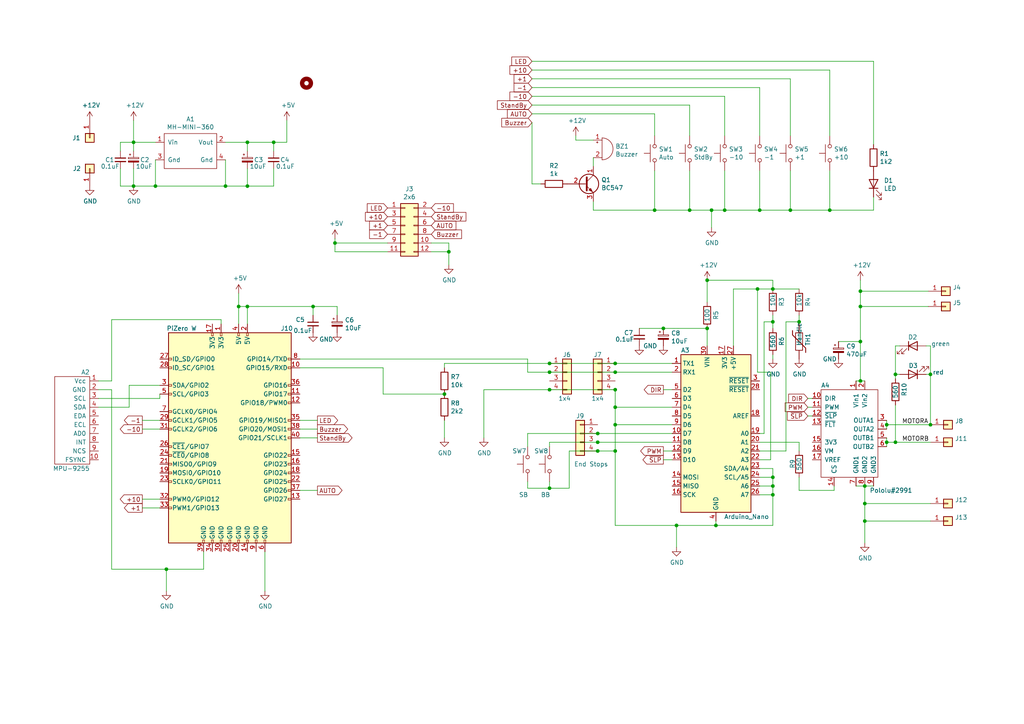
<source format=kicad_sch>
(kicad_sch (version 20211123) (generator eeschema)
  (paper "A4")
  (title_block (title "Tiller Pypilot Conversion") (date "2024-03-09") (rev "1.0.1") (company "Marco 'Ironman' Bergman & Frederic Guilbault"))
  (lib_symbols
    (symbol "Connector:Raspberry_Pi_2_3" (pin_names (offset 1.016))
      (property "Reference" "J" (at -17.78 31.75 0))
      (property "Value" "Raspberry_Pi_2_3" (at 10.16 -31.75 0))
      (symbol "Raspberry_Pi_2_3_1_1"
        (pin power_in line (at 2.54 33.02 270) (length 2.54) (name "3V3") (number "1"))
        (pin bidirectional line (at -20.32 20.32 0) (length 2.54) (name "GPIO15/RXD") (number "10"))
        (pin bidirectional line (at -20.32 12.7 0) (length 2.54) (name "GPIO17") (number "11"))
        (pin bidirectional line (at -20.32 10.16 0) (length 2.54) (name "GPIO18/PWM0") (number "12"))
        (pin bidirectional line (at -20.32 -17.78 0) (length 2.54) (name "GPIO27") (number "13"))
        (pin power_in line (at -5.08 -33.02 90) (length 2.54) (name "GND") (number "14"))
        (pin bidirectional line (at -20.32 -5.08 0) (length 2.54) (name "GPIO22") (number "15"))
        (pin bidirectional line (at -20.32 -7.62 0) (length 2.54) (name "GPIO23") (number "16"))
        (pin power_in line (at 5.08 33.02 270) (length 2.54) (name "3V3") (number "17"))
        (pin bidirectional line (at -20.32 -10.16 0) (length 2.54) (name "GPIO24") (number "18"))
        (pin bidirectional line (at 20.32 -10.16 180) (length 2.54) (name "MOSI0/GPIO10") (number "19"))
        (pin power_in line (at -5.08 33.02 270) (length 2.54) (name "5V") (number "2"))
        (pin power_in line (at -2.54 -33.02 90) (length 2.54) (name "GND") (number "20"))
        (pin bidirectional line (at 20.32 -7.62 180) (length 2.54) (name "MISO0/GPIO9") (number "21"))
        (pin bidirectional line (at -20.32 -12.7 0) (length 2.54) (name "GPIO25") (number "22"))
        (pin bidirectional line (at 20.32 -12.7 180) (length 2.54) (name "SCLK0/GPIO11") (number "23"))
        (pin bidirectional line (at 20.32 -5.08 180) (length 2.54) (name "~{CE0}/GPIO8") (number "24"))
        (pin power_in line (at 0 -33.02 90) (length 2.54) (name "GND") (number "25"))
        (pin bidirectional line (at 20.32 -2.54 180) (length 2.54) (name "~{CE1}/GPIO7") (number "26"))
        (pin bidirectional line (at 20.32 22.86 180) (length 2.54) (name "ID_SD/GPIO0") (number "27"))
        (pin bidirectional line (at 20.32 20.32 180) (length 2.54) (name "ID_SC/GPIO1") (number "28"))
        (pin bidirectional line (at 20.32 5.08 180) (length 2.54) (name "GCLK1/GPIO5") (number "29"))
        (pin bidirectional line (at 20.32 15.24 180) (length 2.54) (name "SDA/GPIO2") (number "3"))
        (pin power_in line (at 2.54 -33.02 90) (length 2.54) (name "GND") (number "30"))
        (pin bidirectional line (at 20.32 2.54 180) (length 2.54) (name "GCLK2/GPIO6") (number "31"))
        (pin bidirectional line (at 20.32 -17.78 180) (length 2.54) (name "PWM0/GPIO12") (number "32"))
        (pin bidirectional line (at 20.32 -20.32 180) (length 2.54) (name "PWM1/GPIO13") (number "33"))
        (pin power_in line (at 5.08 -33.02 90) (length 2.54) (name "GND") (number "34"))
        (pin bidirectional line (at -20.32 5.08 0) (length 2.54) (name "GPIO19/MISO1") (number "35"))
        (pin bidirectional line (at -20.32 15.24 0) (length 2.54) (name "GPIO16") (number "36"))
        (pin bidirectional line (at -20.32 -15.24 0) (length 2.54) (name "GPIO26") (number "37"))
        (pin bidirectional line (at -20.32 2.54 0) (length 2.54) (name "GPIO20/MOSI1") (number "38"))
        (pin power_in line (at 7.62 -33.02 90) (length 2.54) (name "GND") (number "39"))
        (pin power_in line (at -2.54 33.02 270) (length 2.54) (name "5V") (number "4"))
        (pin bidirectional line (at -20.32 0 0) (length 2.54) (name "GPIO21/SCLK1") (number "40"))
        (pin bidirectional line (at 20.32 12.7 180) (length 2.54) (name "SCL/GPIO3") (number "5"))
        (pin power_in line (at -10.16 -33.02 90) (length 2.54) (name "GND") (number "6"))
        (pin bidirectional line (at 20.32 7.62 180) (length 2.54) (name "GCLK0/GPIO4") (number "7"))
        (pin bidirectional line (at -20.32 22.86 0) (length 2.54) (name "GPIO14/TXD") (number "8"))
        (pin power_in line (at -7.62 -33.02 90) (length 2.54) (name "GND") (number "9"))
      )
    )
    (symbol "Connector_Generic:Conn_01x01" (pin_names (offset 1.016) hide)
      (property "Reference" "J" (at 0 2.54 0))
      (property "Value" "Conn_01x01" (at 0 -2.54 0))
      (symbol "Conn_01x01_1_1"
        (pin passive line (at -5.08 0 0) (length 3.81) (name "Pin_1") (number "1"))
      )
    )
    (symbol "Connector_Generic:Conn_01x04" (pin_names (offset 1.016) hide)
      (property "Reference" "J" (at 0 5.08 0))
      (property "Value" "Conn_01x04" (at 0 -7.62 0))
      (symbol "Conn_01x04_1_1"
        (pin passive line (at -5.08 2.54 0) (length 3.81) (name "Pin_1") (number "1"))
        (pin passive line (at -5.08 0 0) (length 3.81) (name "Pin_2") (number "2"))
        (pin passive line (at -5.08 -2.54 0) (length 3.81) (name "Pin_3") (number "3"))
        (pin passive line (at -5.08 -5.08 0) (length 3.81) (name "Pin_4") (number "4"))
      )
    )
    (symbol "Connector_Generic:Conn_02x06_Odd_Even" (pin_names (offset 1.016) hide)
      (property "Reference" "J" (at 1.27 7.62 0))
      (property "Value" "Conn_02x06_Odd_Even" (at 1.27 -10.16 0))
      (symbol "Conn_02x06_Odd_Even_1_1"
        (pin passive line (at -5.08 5.08 0) (length 3.81) (name "Pin_1") (number "1"))
        (pin passive line (at 7.62 -5.08 180) (length 3.81) (name "Pin_10") (number "10"))
        (pin passive line (at -5.08 -7.62 0) (length 3.81) (name "Pin_11") (number "11"))
        (pin passive line (at 7.62 -7.62 180) (length 3.81) (name "Pin_12") (number "12"))
        (pin passive line (at 7.62 5.08 180) (length 3.81) (name "Pin_2") (number "2"))
        (pin passive line (at -5.08 2.54 0) (length 3.81) (name "Pin_3") (number "3"))
        (pin passive line (at 7.62 2.54 180) (length 3.81) (name "Pin_4") (number "4"))
        (pin passive line (at -5.08 0 0) (length 3.81) (name "Pin_5") (number "5"))
        (pin passive line (at 7.62 0 180) (length 3.81) (name "Pin_6") (number "6"))
        (pin passive line (at -5.08 -2.54 0) (length 3.81) (name "Pin_7") (number "7"))
        (pin passive line (at 7.62 -2.54 180) (length 3.81) (name "Pin_8") (number "8"))
        (pin passive line (at -5.08 -5.08 0) (length 3.81) (name "Pin_9") (number "9"))
      )
    )
    (symbol "Device:Buzzer" (pin_names (offset 0.0254) hide)
      (property "Reference" "BZ" (at 3.81 1.27 0))
      (property "Value" "Buzzer" (at 3.81 -1.27 0))
      (symbol "Buzzer_1_1"
        (pin passive line (at -2.54 2.54 0) (length 2.54) (name "-") (number "1"))
        (pin passive line (at -2.54 -2.54 0) (length 2.54) (name "+") (number "2"))
      )
    )
    (symbol "Device:C_Small" (pin_numbers hide) (pin_names (offset 0.254) hide)
      (property "Reference" "C" (at 0.254 1.778 0))
      (property "Value" "C_Small" (at 0.254 -2.032 0))
      (symbol "C_Small_1_1"
        (pin passive line (at 0 2.54 270) (length 2.032) (name "~") (number "1"))
        (pin passive line (at 0 -2.54 90) (length 2.032) (name "~") (number "2"))
      )
    )
    (symbol "Device:LED" (pin_numbers hide) (pin_names (offset 1.016) hide)
      (property "Reference" "D" (at 0 2.54 0))
      (property "Value" "LED" (at 0 -2.54 0))
      (symbol "LED_1_1"
        (pin passive line (at -3.81 0 0) (length 2.54) (name "K") (number "1"))
        (pin passive line (at 3.81 0 180) (length 2.54) (name "A") (number "2"))
      )
    )
    (symbol "Device:R" (pin_numbers hide) (pin_names (offset 0))
      (property "Reference" "R" (at 2.032 0 90))
      (property "Value" "R" (at 0 0 90))
      (symbol "R_1_1"
        (pin passive line (at 0 3.81 270) (length 1.27) (name "~") (number "1"))
        (pin passive line (at 0 -3.81 90) (length 1.27) (name "~") (number "2"))
      )
    )
    (symbol "Device:Thermistor" (pin_numbers hide) (pin_names (offset 0))
      (property "Reference" "TH" (at 2.54 1.27 90))
      (property "Value" "Thermistor" (at -2.54 0 90))
      (symbol "Thermistor_1_1"
        (pin passive line (at 0 5.08 270) (length 2.54) (name "~") (number "1"))
        (pin passive line (at 0 -5.08 90) (length 2.54) (name "~") (number "2"))
      )
    )
    (symbol "MCU_Module:Arduino_Nano_Every"
      (property "Reference" "A" (at -10.16 23.495 0))
      (property "Value" "Arduino_Nano_Every" (at 5.08 -24.13 0))
      (symbol "Arduino_Nano_Every_1_1"
        (pin bidirectional line (at -12.7 20.32 0) (length 2.54) (name "TX1") (number "1"))
        (pin bidirectional line (at -12.7 0 0) (length 2.54) (name "D7") (number "10"))
        (pin bidirectional line (at -12.7 -2.54 0) (length 2.54) (name "D8") (number "11"))
        (pin bidirectional line (at -12.7 -5.08 0) (length 2.54) (name "D9") (number "12"))
        (pin bidirectional line (at -12.7 -7.62 0) (length 2.54) (name "D10") (number "13"))
        (pin bidirectional line (at -12.7 -12.7 0) (length 2.54) (name "MOSI") (number "14"))
        (pin bidirectional line (at -12.7 -15.24 0) (length 2.54) (name "MISO") (number "15"))
        (pin bidirectional line (at -12.7 -17.78 0) (length 2.54) (name "SCK") (number "16"))
        (pin power_out line (at 2.54 25.4 270) (length 2.54) (name "3V3") (number "17"))
        (pin input line (at 12.7 5.08 180) (length 2.54) (name "AREF") (number "18"))
        (pin bidirectional line (at 12.7 0 180) (length 2.54) (name "A0") (number "19"))
        (pin bidirectional line (at -12.7 17.78 0) (length 2.54) (name "RX1") (number "2"))
        (pin bidirectional line (at 12.7 -2.54 180) (length 2.54) (name "A1") (number "20"))
        (pin bidirectional line (at 12.7 -5.08 180) (length 2.54) (name "A2") (number "21"))
        (pin bidirectional line (at 12.7 -7.62 180) (length 2.54) (name "A3") (number "22"))
        (pin bidirectional line (at 12.7 -10.16 180) (length 2.54) (name "SDA/A4") (number "23"))
        (pin bidirectional line (at 12.7 -12.7 180) (length 2.54) (name "SCL/A5") (number "24"))
        (pin bidirectional line (at 12.7 -15.24 180) (length 2.54) (name "A6") (number "25"))
        (pin bidirectional line (at 12.7 -17.78 180) (length 2.54) (name "A7") (number "26"))
        (pin power_out line (at 5.08 25.4 270) (length 2.54) (name "+5V") (number "27"))
        (pin input line (at 12.7 12.7 180) (length 2.54) (name "~{RESET}") (number "28"))
        (pin passive line (at 0 -25.4 90) (length 2.54) hide (name "GND") (number "29"))
        (pin input line (at 12.7 15.24 180) (length 2.54) (name "~{RESET}") (number "3"))
        (pin power_in line (at -2.54 25.4 270) (length 2.54) (name "VIN") (number "30"))
        (pin power_in line (at 0 -25.4 90) (length 2.54) (name "GND") (number "4"))
        (pin bidirectional line (at -12.7 12.7 0) (length 2.54) (name "D2") (number "5"))
        (pin bidirectional line (at -12.7 10.16 0) (length 2.54) (name "D3") (number "6"))
        (pin bidirectional line (at -12.7 7.62 0) (length 2.54) (name "D4") (number "7"))
        (pin bidirectional line (at -12.7 5.08 0) (length 2.54) (name "D5") (number "8"))
        (pin bidirectional line (at -12.7 2.54 0) (length 2.54) (name "D6") (number "9"))
      )
    )
    (symbol "Mechanical:MountingHole" (pin_names (offset 1.016))
      (property "Reference" "H" (at 0 5.08 0))
      (property "Value" "MountingHole" (at 0 3.175 0))
    )
    (symbol "Switch:SW_Push" (pin_numbers hide) (pin_names (offset 1.016) hide)
      (property "Reference" "SW" (at 1.27 2.54 0))
      (property "Value" "SW_Push" (at 0 -1.524 0))
      (symbol "SW_Push_0_1"
        (pin passive line (at -5.08 0 0) (length 2.54) (name "1") (number "1"))
        (pin passive line (at 5.08 0 180) (length 2.54) (name "2") (number "2"))
      )
    )
    (symbol "Transistor_BJT:BC547" (pin_names (offset 0) hide)
      (property "Reference" "Q" (at 5.08 1.905 0))
      (property "Value" "BC547" (at 5.08 0 0))
      (symbol "BC547_1_1"
        (pin passive line (at 2.54 5.08 270) (length 2.54) (name "C") (number "1"))
        (pin input line (at -5.08 0 0) (length 5.08) (name "B") (number "2"))
        (pin passive line (at 2.54 -5.08 90) (length 2.54) (name "E") (number "3"))
      )
    )
    (symbol "power:+12V" (power) (pin_names (offset 0))
      (property "Value" "+12V" (at 0 3.556 0))
      (symbol "+12V_1_1"
        (pin power_in line (at 0 0 90) (length 0) hide (name "+12V") (number "1"))
      )
    )
    (symbol "power:+5V" (power) (pin_names (offset 0))
      (property "Value" "+5V" (at 0 3.556 0))
      (symbol "+5V_1_1"
        (pin power_in line (at 0 0 90) (length 0) hide (name "+5V") (number "1"))
      )
    )
    (symbol "power:GND" (power) (pin_names (offset 0))
      (property "Value" "GND" (at 0 -3.81 0))
      (symbol "GND_1_1"
        (pin power_in line (at 0 0 270) (length 0) hide (name "GND") (number "1"))
      )
    )
    (symbol "pypilot-rescue:CP_Small-Device" (pin_numbers hide) (pin_names (offset 0.254) hide)
      (property "Reference" "C" (at 0.254 1.778 0))
      (property "Value" "CP_Small-Device" (at 0.254 -2.032 0))
      (symbol "CP_Small-Device_1_1"
        (pin passive line (at 0 2.54 270) (length 1.8542) (name "~") (number "1"))
        (pin passive line (at 0 -2.54 90) (length 1.8542) (name "~") (number "2"))
      )
    )
    (symbol "pypilot:MH-MINI-360" (pin_names (offset 1.016))
      (property "Reference" "A" (at -6.35 6.35 0))
      (property "Value" "MH-MINI-360" (at 0 -6.35 0))
      (symbol "MH-MINI-360_1_1"
        (pin input line (at -10.16 2.54 0) (length 2.54) (name "Vin") (number "1"))
        (pin output line (at 10.16 2.54 180) (length 2.54) (name "Vout") (number "2"))
        (pin input line (at -10.16 -2.54 0) (length 2.54) (name "Gnd") (number "3"))
        (pin output line (at 10.16 -2.54 180) (length 2.54) (name "Gnd") (number "4"))
      )
    )
    (symbol "pypilot:MPU-9255" (pin_names (offset 1.016))
      (property "Reference" "A" (at -3.81 8.89 0))
      (property "Value" "MPU-9255" (at 0 -19.05 0))
      (symbol "MPU-9255_1_1"
        (pin input line (at -7.62 6.35 0) (length 2.54) (name "Vcc") (number "1"))
        (pin input line (at -7.62 -16.51 0) (length 2.54) (name "FSYNC") (number "10"))
        (pin input line (at -7.62 3.81 0) (length 2.54) (name "GND") (number "2"))
        (pin input line (at -7.62 1.27 0) (length 2.54) (name "SCL") (number "3"))
        (pin input line (at -7.62 -1.27 0) (length 2.54) (name "SDA") (number "4"))
        (pin input line (at -7.62 -3.81 0) (length 2.54) (name "EDA") (number "5"))
        (pin input line (at -7.62 -6.35 0) (length 2.54) (name "ECL") (number "6"))
        (pin input line (at -7.62 -8.89 0) (length 2.54) (name "AD0") (number "7"))
        (pin input line (at -7.62 -11.43 0) (length 2.54) (name "INT") (number "8"))
        (pin input line (at -7.62 -13.97 0) (length 2.54) (name "NCS") (number "9"))
      )
    )
    (symbol "pypilot:Pololu#2992" (pin_names (offset 1.016))
      (property "Reference" "A" (at -6.35 13.97 0))
      (property "Value" "Pololu#2992" (at 1.27 0 90))
      (symbol "Pololu#2992_1_1"
        (pin input line (at 3.81 15.24 270) (length 2.54) (name "Vin1") (number "1"))
        (pin input line (at -8.89 10.16 0) (length 2.54) (name "DIR") (number "10"))
        (pin input line (at -8.89 7.62 0) (length 2.54) (name "PWM") (number "11"))
        (pin input line (at -8.89 5.08 0) (length 2.54) (name "~{SLP}") (number "12"))
        (pin output line (at -8.89 2.54 0) (length 2.54) (name "~{FLT}") (number "13"))
        (pin output line (at -2.54 -15.24 90) (length 2.54) (name "CS") (number "14"))
        (pin output line (at -8.89 -2.54 0) (length 2.54) (name "3V3") (number "15"))
        (pin output line (at -8.89 -5.08 0) (length 2.54) (name "VM") (number "16"))
        (pin output line (at -8.89 -7.62 0) (length 2.54) (name "VREF") (number "17"))
        (pin output line (at 6.35 15.24 270) (length 2.54) (name "Vin2") (number "2"))
        (pin output line (at 12.7 3.81 180) (length 2.54) (name "OUTA1") (number "3"))
        (pin output line (at 12.7 1.27 180) (length 2.54) (name "OUTA2") (number "4"))
        (pin output line (at 12.7 -1.27 180) (length 2.54) (name "OUTB1") (number "5"))
        (pin output line (at 12.7 -3.81 180) (length 2.54) (name "OUTB2") (number "6"))
        (pin input line (at 3.81 -15.24 90) (length 2.54) (name "GND1") (number "7"))
        (pin input line (at 6.35 -15.24 90) (length 2.54) (name "GND2") (number "8"))
        (pin input line (at 8.89 -15.24 90) (length 2.54) (name "GND3") (number "9"))
      )
    )
  )
  (junction (at 189.865 60.96))
  (junction (at 159.385 105.41))
  (junction (at 178.435 105.41))
  (junction (at 38.735 53.975))
  (junction (at 205.105 95.25))
  (junction (at 210.185 60.96))
  (junction (at 249.555 84.455))
  (junction (at 259.715 128.27))
  (junction (at 219.71 83.82))
  (junction (at 97.155 70.485))
  (junction (at 259.715 108.585))
  (junction (at 224.155 143.51))
  (junction (at 250.825 146.05))
  (junction (at 240.665 60.96))
  (junction (at 224.155 93.345))
  (junction (at 249.555 99.06))
  (junction (at 224.155 138.43))
  (junction (at 249.555 88.9))
  (junction (at 178.435 107.95))
  (junction (at 178.435 113.03))
  (junction (at 250.825 140.97))
  (junction (at 178.435 130.81))
  (junction (at 90.805 88.9))
  (junction (at 220.345 60.96))
  (junction (at 229.235 60.96))
  (junction (at 130.175 73.025))
  (junction (at 249.555 110.49))
  (junction (at 79.375 41.275))
  (junction (at 69.215 88.9))
  (junction (at 71.755 88.9))
  (junction (at 192.405 95.25))
  (junction (at 173.355 130.81))
  (junction (at 159.385 113.03))
  (junction (at 71.755 41.275))
  (junction (at 224.155 140.97))
  (junction (at 224.155 83.82))
  (junction (at 173.355 125.73))
  (junction (at 48.26 165.1))
  (junction (at 178.435 118.11))
  (junction (at 159.385 107.95))
  (junction (at 269.875 123.19))
  (junction (at 269.875 108.585))
  (junction (at 231.775 93.345))
  (junction (at 38.735 41.275))
  (junction (at 206.375 60.96))
  (junction (at 205.105 81.28))
  (junction (at 65.405 53.975))
  (junction (at 159.385 141.605))
  (junction (at 196.215 152.4))
  (junction (at 257.175 123.19))
  (junction (at 71.755 53.975))
  (junction (at 178.435 123.19))
  (junction (at 128.905 114.3))
  (junction (at 257.175 128.27))
  (junction (at 173.355 128.27))
  (junction (at 250.825 151.13))
  (junction (at 200.025 60.96))
  (junction (at 207.645 152.4))
  (junction (at 45.085 53.975))
  (wire (pts (xy 257.175 123.19) (xy 269.875 123.19)))
  (wire (pts (xy 97.155 70.485) (xy 97.155 69.215)))
  (wire (pts (xy 259.715 100.33) (xy 259.715 108.585)))
  (wire (pts (xy 234.315 120.65) (xy 235.585 120.65)))
  (wire (pts (xy 86.995 106.68) (xy 111.125 106.68)))
  (wire (pts (xy 153.035 139.7) (xy 153.035 141.605)))
  (wire (pts (xy 219.71 107.95) (xy 219.71 83.82)))
  (wire (pts (xy 32.385 110.49) (xy 32.385 92.71)))
  (wire (pts (xy 28.575 118.11) (xy 37.465 118.11)))
  (wire (pts (xy 178.435 113.03) (xy 178.435 118.11)))
  (wire (pts (xy 269.875 108.585) (xy 269.875 123.19)))
  (wire (pts (xy 153.035 104.14) (xy 153.035 107.95)))
  (wire (pts (xy 250.825 151.13) (xy 250.825 157.48)))
  (wire (pts (xy 224.155 143.51) (xy 220.345 143.51)))
  (wire (pts (xy 268.605 100.33) (xy 269.875 100.33)))
  (wire (pts (xy 125.095 70.485) (xy 130.175 70.485)))
  (wire (pts (xy 178.435 123.19) (xy 178.435 130.81)))
  (wire (pts (xy 86.995 142.24) (xy 92.075 142.24)))
  (wire (pts (xy 243.205 99.06) (xy 249.555 99.06)))
  (wire (pts (xy 111.125 114.3) (xy 128.905 114.3)))
  (wire (pts (xy 253.365 60.96) (xy 253.365 57.15)))
  (wire (pts (xy 224.155 83.82) (xy 231.775 83.82)))
  (wire (pts (xy 154.305 25.4) (xy 220.345 25.4)))
  (wire (pts (xy 38.735 48.895) (xy 38.735 53.975)))
  (wire (pts (xy 207.645 152.4) (xy 207.645 151.13)))
  (wire (pts (xy 34.925 41.275) (xy 38.735 41.275)))
  (wire (pts (xy 207.645 152.4) (xy 224.155 152.4)))
  (wire (pts (xy 112.395 70.485) (xy 97.155 70.485)))
  (wire (pts (xy 28.575 113.03) (xy 32.385 113.03)))
  (wire (pts (xy 86.995 121.92) (xy 92.075 121.92)))
  (wire (pts (xy 178.435 107.95) (xy 194.945 107.95)))
  (wire (pts (xy 206.375 66.04) (xy 206.375 60.96)))
  (wire (pts (xy 189.865 49.53) (xy 189.865 60.96)))
  (wire (pts (xy 71.755 88.9) (xy 90.805 88.9)))
  (wire (pts (xy 38.735 34.925) (xy 38.735 41.275)))
  (wire (pts (xy 71.755 48.895) (xy 71.755 53.975)))
  (wire (pts (xy 231.775 93.345) (xy 227.965 93.345)))
  (wire (pts (xy 206.375 60.96) (xy 210.185 60.96)))
  (wire (pts (xy 268.605 108.585) (xy 269.875 108.585)))
  (wire (pts (xy 69.215 88.9) (xy 69.215 93.98)))
  (wire (pts (xy 220.345 128.27) (xy 231.775 128.27)))
  (wire (pts (xy 227.965 93.345) (xy 227.965 130.81)))
  (wire (pts (xy 154.305 53.34) (xy 156.845 53.34)))
  (wire (pts (xy 205.105 81.28) (xy 205.105 87.63)))
  (wire (pts (xy 250.825 140.97) (xy 253.365 140.97)))
  (wire (pts (xy 128.905 121.92) (xy 128.905 127)))
  (wire (pts (xy 178.435 130.81) (xy 178.435 152.4)))
  (wire (pts (xy 153.035 107.95) (xy 159.385 107.95)))
  (wire (pts (xy 192.405 133.35) (xy 194.945 133.35)))
  (wire (pts (xy 154.305 20.32) (xy 240.665 20.32)))
  (wire (pts (xy 253.365 17.78) (xy 253.365 41.91)))
  (wire (pts (xy 248.285 140.97) (xy 250.825 140.97)))
  (wire (pts (xy 79.375 53.975) (xy 71.755 53.975)))
  (wire (pts (xy 192.405 113.03) (xy 194.945 113.03)))
  (wire (pts (xy 48.26 165.1) (xy 59.055 165.1)))
  (wire (pts (xy 64.135 92.71) (xy 64.135 93.98)))
  (wire (pts (xy 173.355 130.81) (xy 178.435 130.81)))
  (wire (pts (xy 212.725 83.82) (xy 212.725 100.33)))
  (wire (pts (xy 34.925 48.895) (xy 34.925 53.975)))
  (wire (pts (xy 172.085 58.42) (xy 172.085 60.96)))
  (wire (pts (xy 159.385 105.41) (xy 128.905 105.41)))
  (wire (pts (xy 269.875 146.05) (xy 250.825 146.05)))
  (wire (pts (xy 37.465 111.76) (xy 46.355 111.76)))
  (wire (pts (xy 259.715 117.475) (xy 259.715 128.27)))
  (wire (pts (xy 125.095 73.025) (xy 130.175 73.025)))
  (wire (pts (xy 224.155 140.97) (xy 224.155 143.51)))
  (wire (pts (xy 69.215 88.9) (xy 71.755 88.9)))
  (wire (pts (xy 159.385 141.605) (xy 165.1 141.605)))
  (wire (pts (xy 257.175 128.27) (xy 259.715 128.27)))
  (wire (pts (xy 165.1 130.81) (xy 173.355 130.81)))
  (wire (pts (xy 154.305 33.02) (xy 189.865 33.02)))
  (wire (pts (xy 38.735 53.975) (xy 45.085 53.975)))
  (wire (pts (xy 71.755 43.815) (xy 71.755 41.275)))
  (wire (pts (xy 48.26 171.45) (xy 48.26 165.1)))
  (wire (pts (xy 259.715 100.33) (xy 260.985 100.33)))
  (wire (pts (xy 159.385 128.27) (xy 173.355 128.27)))
  (wire (pts (xy 178.435 152.4) (xy 196.215 152.4)))
  (wire (pts (xy 257.175 128.27) (xy 257.175 129.54)))
  (wire (pts (xy 231.775 91.44) (xy 231.775 93.345)))
  (wire (pts (xy 194.945 118.11) (xy 178.435 118.11)))
  (wire (pts (xy 167.005 39.37) (xy 167.005 40.64)))
  (wire (pts (xy 90.805 91.44) (xy 90.805 88.9)))
  (wire (pts (xy 249.555 81.28) (xy 249.555 84.455)))
  (wire (pts (xy 32.385 92.71) (xy 64.135 92.71)))
  (wire (pts (xy 79.375 41.275) (xy 83.185 41.275)))
  (wire (pts (xy 259.715 128.27) (xy 269.875 128.27)))
  (wire (pts (xy 269.24 88.9) (xy 249.555 88.9)))
  (wire (pts (xy 97.79 88.9) (xy 97.79 91.44)))
  (wire (pts (xy 46.355 115.57) (xy 46.355 114.3)))
  (wire (pts (xy 192.405 130.81) (xy 194.945 130.81)))
  (wire (pts (xy 90.805 88.9) (xy 97.79 88.9)))
  (wire (pts (xy 154.305 22.86) (xy 229.235 22.86)))
  (wire (pts (xy 76.835 160.02) (xy 76.835 171.45)))
  (wire (pts (xy 79.375 43.815) (xy 79.375 41.275)))
  (wire (pts (xy 65.405 53.975) (xy 65.405 46.355)))
  (wire (pts (xy 229.235 49.53) (xy 229.235 60.96)))
  (wire (pts (xy 220.345 140.97) (xy 224.155 140.97)))
  (wire (pts (xy 45.085 53.975) (xy 65.405 53.975)))
  (wire (pts (xy 200.025 49.53) (xy 200.025 60.96)))
  (wire (pts (xy 159.385 105.41) (xy 178.435 105.41)))
  (wire (pts (xy 205.105 95.25) (xy 205.105 100.33)))
  (wire (pts (xy 269.875 151.13) (xy 250.825 151.13)))
  (wire (pts (xy 185.42 95.25) (xy 192.405 95.25)))
  (wire (pts (xy 45.085 53.975) (xy 45.085 46.355)))
  (wire (pts (xy 220.345 49.53) (xy 220.345 60.96)))
  (wire (pts (xy 205.105 81.28) (xy 224.155 81.28)))
  (wire (pts (xy 241.935 142.24) (xy 241.935 140.97)))
  (wire (pts (xy 173.355 125.73) (xy 194.945 125.73)))
  (wire (pts (xy 221.615 93.345) (xy 224.155 93.345)))
  (wire (pts (xy 172.085 45.72) (xy 172.085 48.26)))
  (wire (pts (xy 112.395 73.025) (xy 97.155 73.025)))
  (wire (pts (xy 130.175 73.025) (xy 130.175 76.835)))
  (wire (pts (xy 220.345 133.35) (xy 223.52 133.35)))
  (wire (pts (xy 153.035 125.73) (xy 173.355 125.73)))
  (wire (pts (xy 32.385 165.1) (xy 48.26 165.1)))
  (wire (pts (xy 257.175 127) (xy 257.175 128.27)))
  (wire (pts (xy 231.775 142.24) (xy 241.935 142.24)))
  (wire (pts (xy 154.305 30.48) (xy 200.025 30.48)))
  (wire (pts (xy 249.555 88.9) (xy 249.555 84.455)))
  (wire (pts (xy 159.385 107.95) (xy 178.435 107.95)))
  (wire (pts (xy 223.52 107.95) (xy 219.71 107.95)))
  (wire (pts (xy 41.275 121.92) (xy 46.355 121.92)))
  (wire (pts (xy 257.175 123.19) (xy 257.175 124.46)))
  (wire (pts (xy 249.555 99.06) (xy 249.555 110.49)))
  (wire (pts (xy 224.155 102.87) (xy 224.155 104.14)))
  (wire (pts (xy 83.185 41.275) (xy 83.185 34.925)))
  (wire (pts (xy 224.155 93.345) (xy 224.155 95.25)))
  (wire (pts (xy 159.385 139.7) (xy 159.385 141.605)))
  (wire (pts (xy 34.925 43.815) (xy 34.925 41.275)))
  (wire (pts (xy 189.865 33.02) (xy 189.865 39.37)))
  (wire (pts (xy 172.085 60.96) (xy 189.865 60.96)))
  (wire (pts (xy 220.345 135.89) (xy 224.155 135.89)))
  (wire (pts (xy 28.575 115.57) (xy 46.355 115.57)))
  (wire (pts (xy 196.215 152.4) (xy 207.645 152.4)))
  (wire (pts (xy 111.125 106.68) (xy 111.125 114.3)))
  (wire (pts (xy 189.865 60.96) (xy 200.025 60.96)))
  (wire (pts (xy 257.175 121.92) (xy 257.175 123.19)))
  (wire (pts (xy 128.905 105.41) (xy 128.905 106.68)))
  (wire (pts (xy 250.825 146.05) (xy 250.825 151.13)))
  (wire (pts (xy 220.345 138.43) (xy 224.155 138.43)))
  (wire (pts (xy 220.345 25.4) (xy 220.345 39.37)))
  (wire (pts (xy 221.615 93.345) (xy 221.615 125.73)))
  (wire (pts (xy 65.405 41.275) (xy 71.755 41.275)))
  (wire (pts (xy 234.315 115.57) (xy 235.585 115.57)))
  (wire (pts (xy 240.665 20.32) (xy 240.665 39.37)))
  (wire (pts (xy 165.1 141.605) (xy 165.1 130.81)))
  (wire (pts (xy 159.385 113.03) (xy 178.435 113.03)))
  (wire (pts (xy 229.235 60.96) (xy 240.665 60.96)))
  (wire (pts (xy 69.215 85.09) (xy 69.215 88.9)))
  (wire (pts (xy 249.555 88.9) (xy 249.555 99.06)))
  (wire (pts (xy 41.275 124.46) (xy 46.355 124.46)))
  (wire (pts (xy 38.735 43.815) (xy 38.735 41.275)))
  (wire (pts (xy 259.715 108.585) (xy 259.715 109.855)))
  (wire (pts (xy 221.615 125.73) (xy 220.345 125.73)))
  (wire (pts (xy 220.345 60.96) (xy 229.235 60.96)))
  (wire (pts (xy 154.305 17.78) (xy 253.365 17.78)))
  (wire (pts (xy 231.775 128.27) (xy 231.775 130.81)))
  (wire (pts (xy 200.025 60.96) (xy 206.375 60.96)))
  (wire (pts (xy 269.24 84.455) (xy 249.555 84.455)))
  (wire (pts (xy 231.775 138.43) (xy 231.775 142.24)))
  (wire (pts (xy 173.355 128.27) (xy 194.945 128.27)))
  (wire (pts (xy 38.735 41.275) (xy 45.085 41.275)))
  (wire (pts (xy 79.375 48.895) (xy 79.375 53.975)))
  (wire (pts (xy 167.005 40.64) (xy 172.085 40.64)))
  (wire (pts (xy 194.945 123.19) (xy 178.435 123.19)))
  (wire (pts (xy 86.995 104.14) (xy 153.035 104.14)))
  (wire (pts (xy 210.185 60.96) (xy 220.345 60.96)))
  (wire (pts (xy 71.755 88.9) (xy 71.755 93.98)))
  (wire (pts (xy 41.275 144.78) (xy 46.355 144.78)))
  (wire (pts (xy 28.575 110.49) (xy 32.385 110.49)))
  (wire (pts (xy 200.025 30.48) (xy 200.025 39.37)))
  (wire (pts (xy 159.385 129.54) (xy 159.385 128.27)))
  (wire (pts (xy 178.435 105.41) (xy 194.945 105.41)))
  (wire (pts (xy 224.155 135.89) (xy 224.155 138.43)))
  (wire (pts (xy 227.965 130.81) (xy 220.345 130.81)))
  (wire (pts (xy 240.665 49.53) (xy 240.665 60.96)))
  (wire (pts (xy 59.055 165.1) (xy 59.055 160.02)))
  (wire (pts (xy 154.305 35.56) (xy 154.305 53.34)))
  (wire (pts (xy 178.435 118.11) (xy 178.435 123.19)))
  (wire (pts (xy 192.405 95.25) (xy 205.105 95.25)))
  (wire (pts (xy 249.555 110.49) (xy 250.825 110.49)))
  (wire (pts (xy 210.185 49.53) (xy 210.185 60.96)))
  (wire (pts (xy 224.155 138.43) (xy 224.155 140.97)))
  (wire (pts (xy 32.385 113.03) (xy 32.385 165.1)))
  (wire (pts (xy 41.275 147.32) (xy 46.355 147.32)))
  (wire (pts (xy 223.52 133.35) (xy 223.52 107.95)))
  (wire (pts (xy 34.925 53.975) (xy 38.735 53.975)))
  (wire (pts (xy 224.155 152.4) (xy 224.155 143.51)))
  (wire (pts (xy 140.335 127) (xy 140.335 113.03)))
  (wire (pts (xy 86.995 127) (xy 92.075 127)))
  (wire (pts (xy 224.155 91.44) (xy 224.155 93.345)))
  (wire (pts (xy 229.235 22.86) (xy 229.235 39.37)))
  (wire (pts (xy 248.285 110.49) (xy 249.555 110.49)))
  (wire (pts (xy 92.075 124.46) (xy 86.995 124.46)))
  (wire (pts (xy 234.315 118.11) (xy 235.585 118.11)))
  (wire (pts (xy 153.035 141.605) (xy 159.385 141.605)))
  (wire (pts (xy 231.775 93.345) (xy 231.775 93.98)))
  (wire (pts (xy 37.465 118.11) (xy 37.465 111.76)))
  (wire (pts (xy 71.755 53.975) (xy 65.405 53.975)))
  (wire (pts (xy 154.305 27.94) (xy 210.185 27.94)))
  (wire (pts (xy 260.985 108.585) (xy 259.715 108.585)))
  (wire (pts (xy 97.155 73.025) (xy 97.155 70.485)))
  (wire (pts (xy 212.725 83.82) (xy 219.71 83.82)))
  (wire (pts (xy 240.665 60.96) (xy 253.365 60.96)))
  (wire (pts (xy 224.155 81.28) (xy 224.155 83.82)))
  (wire (pts (xy 130.175 70.485) (xy 130.175 73.025)))
  (wire (pts (xy 269.875 100.33) (xy 269.875 108.585)))
  (wire (pts (xy 71.755 41.275) (xy 79.375 41.275)))
  (wire (pts (xy 140.335 113.03) (xy 159.385 113.03)))
  (wire (pts (xy 250.825 140.97) (xy 250.825 146.05)))
  (wire (pts (xy 219.71 83.82) (xy 224.155 83.82)))
  (wire (pts (xy 210.185 27.94) (xy 210.185 39.37)))
  (wire (pts (xy 196.215 158.75) (xy 196.215 152.4)))
  (wire (pts (xy 153.035 129.54) (xy 153.035 125.73)))
  (label "MOTORA" (at 261.62 123.19 0))
  (label "MOTORB" (at 261.62 128.27 0))
  (global_label "LED" (shape input) (at 154.305 17.78 180) (property "Intersheet References" "${INTERSHEET_REFS}" (effects hide)))
  (global_label "-1" (shape input) (at 112.395 67.945 180) (property "Intersheet References" "${INTERSHEET_REFS}" (effects hide)))
  (global_label "-1" (shape output) (at 41.275 121.92 180) (property "Intersheet References" "${INTERSHEET_REFS}" (effects hide)))
  (global_label "-10" (shape output) (at 41.275 124.46 180) (property "Intersheet References" "${INTERSHEET_REFS}" (effects hide)))
  (global_label "Buzzer" (shape output) (at 92.075 124.46 0) (property "Intersheet References" "${INTERSHEET_REFS}" (effects hide)))
  (global_label "AUTO" (shape input) (at 154.305 33.02 180) (property "Intersheet References" "${INTERSHEET_REFS}" (effects hide)))
  (global_label "+10" (shape output) (at 41.275 144.78 180) (property "Intersheet References" "${INTERSHEET_REFS}" (effects hide)))
  (global_label "AUTO" (shape input) (at 125.095 65.405 0) (property "Intersheet References" "${INTERSHEET_REFS}" (effects hide)))
  (global_label "Buzzer" (shape input) (at 125.095 67.945 0) (property "Intersheet References" "${INTERSHEET_REFS}" (effects hide)))
  (global_label "+1" (shape input) (at 112.395 65.405 180) (property "Intersheet References" "${INTERSHEET_REFS}" (effects hide)))
  (global_label "LED" (shape output) (at 92.075 121.92 0) (property "Intersheet References" "${INTERSHEET_REFS}" (effects hide)))
  (global_label "~{SLP}" (shape output) (at 192.405 133.35 180) (property "Intersheet References" "${INTERSHEET_REFS}" (effects hide)))
  (global_label "PWM" (shape input) (at 234.315 118.11 180) (property "Intersheet References" "${INTERSHEET_REFS}" (effects hide)))
  (global_label "+1" (shape output) (at 41.275 147.32 180) (property "Intersheet References" "${INTERSHEET_REFS}" (effects hide)))
  (global_label "DIR" (shape input) (at 234.315 115.57 180) (property "Intersheet References" "${INTERSHEET_REFS}" (effects hide)))
  (global_label "+10" (shape input) (at 154.305 20.32 180) (property "Intersheet References" "${INTERSHEET_REFS}" (effects hide)))
  (global_label "AUTO" (shape output) (at 92.075 142.24 0) (property "Intersheet References" "${INTERSHEET_REFS}" (effects hide)))
  (global_label "StandBy" (shape output) (at 92.075 127 0) (property "Intersheet References" "${INTERSHEET_REFS}" (effects hide)))
  (global_label "LED" (shape input) (at 112.395 60.325 180) (property "Intersheet References" "${INTERSHEET_REFS}" (effects hide)))
  (global_label "Buzzer" (shape input) (at 154.305 35.56 180) (property "Intersheet References" "${INTERSHEET_REFS}" (effects hide)))
  (global_label "DIR" (shape output) (at 192.405 113.03 180) (property "Intersheet References" "${INTERSHEET_REFS}" (effects hide)))
  (global_label "-10" (shape input) (at 125.095 60.325 0) (property "Intersheet References" "${INTERSHEET_REFS}" (effects hide)))
  (global_label "StandBy" (shape input) (at 154.305 30.48 180) (property "Intersheet References" "${INTERSHEET_REFS}" (effects hide)))
  (global_label "-1" (shape input) (at 154.305 25.4 180) (property "Intersheet References" "${INTERSHEET_REFS}" (effects hide)))
  (global_label "+10" (shape input) (at 112.395 62.865 180) (property "Intersheet References" "${INTERSHEET_REFS}" (effects hide)))
  (global_label "~{SLP}" (shape input) (at 234.315 120.65 180) (property "Intersheet References" "${INTERSHEET_REFS}" (effects hide)))
  (global_label "StandBy" (shape input) (at 125.095 62.865 0) (property "Intersheet References" "${INTERSHEET_REFS}" (effects hide)))
  (global_label "PWM" (shape output) (at 192.405 130.81 180) (property "Intersheet References" "${INTERSHEET_REFS}" (effects hide)))
  (global_label "-10" (shape input) (at 154.305 27.94 180) (property "Intersheet References" "${INTERSHEET_REFS}" (effects hide)))
  (global_label "+1" (shape input) (at 154.305 22.86 180) (property "Intersheet References" "${INTERSHEET_REFS}" (effects hide)))
  (symbol (lib_id "pypilot:MH-MINI-360") (at 55.245 43.815 0) (unit 1)
    (property "Reference" "A1" (at 55.245 34.544 0))
    (property "Value" "MH-MINI-360" (at 55.245 36.8554 0))
    (property "Footprint" "pypilot:MH-MINI-360" (effects hide))
    (property "Datasheet" "Mini-360 DC-DC Buck Converter" (effects hide))
  )
  (symbol (lib_id "power:+12V") (at 38.735 34.925 0) (unit 1)
    (property "Reference" "#PWR02" (effects hide))
    (property "Value" "+12V" (at 39.116 30.5308 0))
  )
  (symbol (lib_id "power:GND") (at 38.735 53.975 0) (unit 1)
    (property "Reference" "#PWR06" (effects hide))
    (property "Value" "GND" (at 38.862 58.3692 0))
  )
  (symbol (lib_id "power:+5V") (at 83.185 34.925 0) (unit 1)
    (property "Reference" "#PWR03" (effects hide))
    (property "Value" "+5V" (at 83.566 30.5308 0))
  )
  (symbol (lib_id "pypilot:MPU-9255") (at 20.955 116.84 0) (mirror y) (unit 1)
    (property "Reference" "A2" (at 26.035 107.95 0) (effects (justify left)))
    (property "Value" "MPU-9255" (at 26.035 135.89 0) (effects (justify left)))
    (property "Footprint" "Connector_PinHeader_2.54mm:PinHeader_1x04_P2.54mm_Vertical" (effects hide))
    (property "Datasheet" "MPU9255 3-axis gyroscope, 3-axis accelerometer, and 3-axis compass/magnetometer" (effects hide))
  )
  (symbol (lib_id "Connector:Raspberry_Pi_2_3") (at 66.675 127 0) (mirror y) (unit 1)
    (property "Reference" "J10" (at 83.185 95.25 0))
    (property "Value" "PiZero W" (at 52.705 95.25 0))
    (property "Footprint" "Connector_PinSocket_2.54mm:PinSocket_2x20_P2.54mm_Vertical" (effects hide))
    (property "Datasheet" "https://www.raspberrypi.org/documentation/hardware/raspberrypi/schematics/rpi_SCH_3bplus_1p0_reduced.pdf" (effects hide))
  )
  (symbol (lib_id "MCU_Module:Arduino_Nano_Every") (at 207.645 125.73 0) (unit 1)
    (property "Reference" "A3" (at 198.755 101.6 0))
    (property "Value" "Arduino_Nano" (at 216.535 149.86 0))
    (property "Footprint" "Module:Arduino_Nano" (effects hide))
    (property "Datasheet" "https://content.arduino.cc/assets/NANOEveryV3.0_sch.pdf" (effects hide))
  )
  (symbol (lib_id "pypilot:Pololu#2992") (at 244.475 125.73 0) (unit 1)
    (property "Reference" "A4" (at 239.395 111.76 0))
    (property "Value" "Pololu#2991" (at 258.445 142.24 0))
    (property "Footprint" "pypilot:Pololu#2991" (effects hide))
    (property "Datasheet" "Pololu G2 High Power Motor Driver 17A, 6.5V-30V " (effects hide))
  )
  (symbol (lib_id "Device:LED") (at 253.365 53.34 90) (unit 1)
    (property "Reference" "D1" (at 256.3622 52.3494 90) (effects (justify right)))
    (property "Value" "LED" (at 256.3622 54.6608 90) (effects (justify right)))
    (property "Footprint" "LED_THT:LED_D3.0mm" (effects hide))
  )
  (symbol (lib_id "Device:R") (at 253.365 45.72 0) (unit 1)
    (property "Reference" "R1" (at 255.143 44.5516 0) (effects (justify left)))
    (property "Value" "1k2" (at 255.143 46.863 0) (effects (justify left)))
    (property "Footprint" "Resistor_THT:R_Axial_DIN0309_L9.0mm_D3.2mm_P12.70mm_Horizontal" (effects hide))
  )
  (symbol (lib_id "Transistor_BJT:BC547") (at 169.545 53.34 0) (unit 1)
    (property "Reference" "Q1" (at 174.3964 52.1716 0) (effects (justify left)))
    (property "Value" "BC547" (at 174.3964 54.483 0) (effects (justify left)))
    (property "Footprint" "Package_TO_SOT_THT:TO-92" (effects hide))
    (property "Datasheet" "https://www.onsemi.com/pub/Collateral/BC550-D.pdf" (effects hide))
  )
  (symbol (lib_id "Connector_Generic:Conn_01x01") (at 274.32 84.455 0) (unit 1)
    (property "Reference" "J4" (at 276.352 83.3882 0) (effects (justify left)))
    (property "Value" "12V" (effects hide))
    (property "Footprint" "pypilot:tab" (effects hide))
  )
  (symbol (lib_id "Device:R") (at 160.655 53.34 270) (unit 1)
    (property "Reference" "R2" (at 160.655 48.0822 90))
    (property "Value" "1k" (at 160.655 50.3936 90))
    (property "Footprint" "Resistor_THT:R_Axial_DIN0309_L9.0mm_D3.2mm_P12.70mm_Horizontal" (effects hide))
  )
  (symbol (lib_id "Connector_Generic:Conn_01x01") (at 274.32 88.9 0) (unit 1)
    (property "Reference" "J5" (at 276.352 87.8332 0) (effects (justify left)))
    (property "Value" "12V" (effects hide))
    (property "Footprint" "pypilot:tab" (effects hide))
  )
  (symbol (lib_id "Connector_Generic:Conn_01x01") (at 274.955 146.05 0) (unit 1)
    (property "Reference" "J12" (at 276.987 144.9832 0) (effects (justify left)))
    (property "Value" "GND" (effects hide))
    (property "Footprint" "pypilot:tab" (effects hide))
  )
  (symbol (lib_id "Connector_Generic:Conn_01x01") (at 274.955 151.13 0) (unit 1)
    (property "Reference" "J13" (at 276.987 150.0632 0) (effects (justify left)))
    (property "Value" "GND" (effects hide))
    (property "Footprint" "pypilot:tab" (effects hide))
  )
  (symbol (lib_id "Device:Buzzer") (at 174.625 43.18 0) (unit 1)
    (property "Reference" "BZ1" (at 178.4858 42.4434 0) (effects (justify left)))
    (property "Value" "Buzzer" (at 178.4858 44.7548 0) (effects (justify left)))
    (property "Footprint" "Buzzer_Beeper:Buzzer_TDK_PS1240P02BT_D12.2mm_H6.5mm" (effects hide))
    (property "Datasheet" "https://cdn.robotshop.com/media/s/spa/rb-spa-1091/pdf/cem-1203-42-.pdf" (effects hide))
  )
  (symbol (lib_id "power:GND") (at 206.375 66.04 0) (unit 1)
    (property "Reference" "#PWR08" (effects hide))
    (property "Value" "GND" (at 206.502 70.4342 0))
  )
  (symbol (lib_id "Device:C_Small") (at 90.805 93.98 0) (unit 1)
    (property "Reference" "C5" (at 85.725 92.71 0) (effects (justify left)))
    (property "Value" "0.1uF" (at 85.09 95.885 0) (effects (justify left)))
    (property "Footprint" "Capacitor_THT:C_Disc_D6.0mm_W2.5mm_P5.00mm" (effects hide))
    (property "Datasheet" " 100nf or 0.1uf #104" (effects hide))
  )
  (symbol (lib_id "Device:C_Small") (at 185.42 97.79 0) (unit 1)
    (property "Reference" "C7" (at 180.975 96.52 0) (effects (justify left)))
    (property "Value" "0.1uF" (at 178.435 98.425 0) (effects (justify left)))
    (property "Footprint" "Capacitor_THT:C_Disc_D6.0mm_W2.5mm_P5.00mm" (effects hide))
    (property "Datasheet" " 100nf or 0.1uf #104" (effects hide))
  )
  (symbol (lib_id "Device:C_Small") (at 79.375 46.355 0) (unit 1)
    (property "Reference" "C4" (at 81.28 46.355 0) (effects (justify left)))
    (property "Value" "0.1uF" (at 80.01 48.26 0) (effects (justify left)))
    (property "Footprint" "Capacitor_THT:C_Disc_D6.0mm_W2.5mm_P5.00mm" (effects hide))
    (property "Datasheet" " 100nf or 0.1uf #104" (effects hide))
  )
  (symbol (lib_id "Device:C_Small") (at 34.925 46.355 0) (unit 1)
    (property "Reference" "C1" (at 30.48 46.355 0) (effects (justify left)))
    (property "Value" "0.1uF" (at 29.21 48.26 0) (effects (justify left)))
    (property "Footprint" "Capacitor_THT:C_Disc_D6.0mm_W2.5mm_P5.00mm" (effects hide))
    (property "Datasheet" " 100nf or 0.1uf #104" (effects hide))
  )
  (symbol (lib_id "Device:R") (at 128.905 110.49 0) (unit 1)
    (property "Reference" "R7" (at 130.683 109.3216 0) (effects (justify left)))
    (property "Value" "10k" (at 130.683 111.633 0) (effects (justify left)))
    (property "Footprint" "Resistor_THT:R_Axial_DIN0309_L9.0mm_D3.2mm_P12.70mm_Horizontal" (effects hide))
  )
  (symbol (lib_id "Device:R") (at 128.905 118.11 0) (unit 1)
    (property "Reference" "R8" (at 130.683 116.9416 0) (effects (justify left)))
    (property "Value" "2k2" (at 130.683 119.253 0) (effects (justify left)))
    (property "Footprint" "Resistor_THT:R_Axial_DIN0309_L9.0mm_D3.2mm_P12.70mm_Horizontal" (effects hide))
  )
  (symbol (lib_id "power:GND") (at 128.905 127 0) (unit 1)
    (property "Reference" "#PWR020" (effects hide))
    (property "Value" "GND" (at 129.032 131.3942 0))
  )
  (symbol (lib_id "power:GND") (at 76.835 171.45 0) (unit 1)
    (property "Reference" "#PWR024" (effects hide))
    (property "Value" "GND" (at 76.962 175.8442 0))
  )
  (symbol (lib_id "Connector_Generic:Conn_01x04") (at 164.465 107.95 0) (unit 1)
    (property "Reference" "J6" (at 163.195 102.87 0) (effects (justify left)))
    (property "Value" "1x4" (at 161.925 115.57 0) (effects (justify left)))
    (property "Footprint" "Connector_PinHeader_2.54mm:PinHeader_1x04_P2.54mm_Vertical" (effects hide))
  )
  (symbol (lib_id "Connector_Generic:Conn_01x04") (at 173.355 107.95 0) (mirror y) (unit 1)
    (property "Reference" "J7" (at 173.355 102.87 0))
    (property "Value" "1x4" (at 173.355 115.57 0))
    (property "Footprint" "Connector_PinHeader_2.54mm:PinHeader_1x04_P2.54mm_Vertical" (effects hide))
  )
  (symbol (lib_id "pypilot-rescue:CP_Small-Device") (at 243.205 101.6 0) (unit 1)
    (property "Reference" "C9" (at 245.4402 100.4316 0) (effects (justify left)))
    (property "Value" "470uF" (at 245.4402 102.743 0) (effects (justify left)))
    (property "Footprint" "Capacitor_THT:CP_Radial_D10.0mm_P5.00mm" (effects hide))
  )
  (symbol (lib_id "power:GND") (at 140.335 127 0) (unit 1)
    (property "Reference" "#PWR021" (effects hide))
    (property "Value" "GND" (at 140.462 131.3942 0))
  )
  (symbol (lib_id "pypilot-rescue:CP_Small-Device") (at 192.405 97.79 0) (unit 1)
    (property "Reference" "C8" (at 194.6402 96.6216 0) (effects (justify left)))
    (property "Value" "10uF" (at 194.6402 98.933 0) (effects (justify left)))
    (property "Footprint" "Capacitor_THT:CP_Radial_D10.0mm_P5.00mm" (effects hide))
  )
  (symbol (lib_id "pypilot-rescue:CP_Small-Device") (at 97.79 93.98 0) (unit 1)
    (property "Reference" "C6" (at 100.0252 92.8116 0) (effects (justify left)))
    (property "Value" "10uF" (at 100.0252 95.123 0) (effects (justify left)))
    (property "Footprint" "Capacitor_THT:CP_Radial_D10.0mm_P5.00mm" (effects hide))
  )
  (symbol (lib_id "pypilot-rescue:CP_Small-Device") (at 71.755 46.355 0) (unit 1)
    (property "Reference" "C3" (at 73.66 46.355 0) (effects (justify left)))
    (property "Value" "10uF" (at 72.39 48.26 0) (effects (justify left)))
    (property "Footprint" "Capacitor_THT:CP_Radial_D10.0mm_P5.00mm" (effects hide))
  )
  (symbol (lib_id "pypilot-rescue:CP_Small-Device") (at 38.735 46.355 0) (unit 1)
    (property "Reference" "C2" (at 40.64 46.355 0) (effects (justify left)))
    (property "Value" "10uF" (at 39.37 48.26 0) (effects (justify left)))
    (property "Footprint" "Capacitor_THT:CP_Radial_D10.0mm_P5.00mm" (effects hide))
  )
  (symbol (lib_id "power:GND") (at 185.42 100.33 0) (unit 1)
    (property "Reference" "#PWR015" (effects hide))
    (property "Value" "GND" (effects hide))
  )
  (symbol (lib_id "power:GND") (at 90.805 96.52 0) (unit 1)
    (property "Reference" "#PWR013" (effects hide))
    (property "Value" "GND" (effects hide))
  )
  (symbol (lib_id "power:+12V") (at 167.005 39.37 0) (unit 1)
    (property "Reference" "#PWR04" (effects hide))
    (property "Value" "+12V" (at 167.386 34.9758 0))
  )
  (symbol (lib_id "Device:LED") (at 264.795 100.33 0) (unit 1)
    (property "Reference" "D2" (at 266.065 97.79 0) (effects (justify right)))
    (property "Value" "green" (at 275.59 99.695 0) (effects (justify right)))
    (property "Footprint" "LED_THT:LED_D3.0mm" (effects hide))
  )
  (symbol (lib_id "Connector_Generic:Conn_02x06_Odd_Even") (at 117.475 65.405 0) (unit 1)
    (property "Reference" "J3" (at 118.745 54.8132 0))
    (property "Value" "2x6" (at 118.745 57.1246 0))
    (property "Footprint" "Connector_PinHeader_2.54mm:PinHeader_2x06_P2.54mm_Vertical" (effects hide))
  )
  (symbol (lib_id "power:+5V") (at 97.155 69.215 0) (unit 1)
    (property "Reference" "#PWR07" (effects hide))
    (property "Value" "+5V" (at 97.536 64.8208 0))
  )
  (symbol (lib_id "power:GND") (at 130.175 76.835 0) (unit 1)
    (property "Reference" "#PWR09" (effects hide))
    (property "Value" "GND" (at 130.302 81.2292 0))
  )
  (symbol (lib_id "power:GND") (at 97.79 96.52 0) (unit 1)
    (property "Reference" "#PWR014" (effects hide))
    (property "Value" "GND" (at 94.615 98.425 0))
  )
  (symbol (lib_id "power:GND") (at 192.405 100.33 0) (unit 1)
    (property "Reference" "#PWR016" (effects hide))
    (property "Value" "GND" (at 188.595 100.33 0))
  )
  (symbol (lib_id "power:GND") (at 243.205 104.14 0) (unit 1)
    (property "Reference" "#PWR019" (effects hide))
    (property "Value" "GND" (at 240.665 104.14 0))
  )
  (symbol (lib_id "power:+5V") (at 69.215 85.09 0) (unit 1)
    (property "Reference" "#PWR012" (effects hide))
    (property "Value" "+5V" (at 69.596 80.6958 0))
  )
  (symbol (lib_id "Device:LED") (at 264.795 108.585 180) (unit 1)
    (property "Reference" "D3" (at 263.525 106.045 0) (effects (justify right)))
    (property "Value" "red" (at 270.51 107.95 0) (effects (justify right)))
    (property "Footprint" "LED_THT:LED_D3.0mm" (effects hide))
  )
  (symbol (lib_id "Device:R") (at 259.715 113.665 0) (unit 1)
    (property "Reference" "R10" (at 262.255 114.935 90) (effects (justify left)))
    (property "Value" "560" (at 259.715 115.57 90) (effects (justify left)))
    (property "Footprint" "Resistor_THT:R_Axial_DIN0309_L9.0mm_D3.2mm_P12.70mm_Horizontal" (effects hide))
  )
  (symbol (lib_id "Switch:SW_Push") (at 189.865 44.45 90) (unit 1)
    (property "Reference" "SW1" (at 191.0842 43.2816 90) (effects (justify right)))
    (property "Value" "Auto" (at 191.0842 45.593 90) (effects (justify right)))
    (property "Footprint" "pypilot:SW_PUSH_6mm" (effects hide))
  )
  (symbol (lib_id "Switch:SW_Push") (at 200.025 44.45 90) (unit 1)
    (property "Reference" "SW2" (at 201.2442 43.2816 90) (effects (justify right)))
    (property "Value" "StdBy" (at 201.2442 45.593 90) (effects (justify right)))
    (property "Footprint" "pypilot:SW_PUSH_6mm" (effects hide))
  )
  (symbol (lib_id "Switch:SW_Push") (at 210.185 44.45 90) (unit 1)
    (property "Reference" "SW3" (at 211.4042 43.2816 90) (effects (justify right)))
    (property "Value" "-10" (at 211.4042 45.593 90) (effects (justify right)))
    (property "Footprint" "pypilot:SW_PUSH_6mm" (effects hide))
  )
  (symbol (lib_id "Switch:SW_Push") (at 220.345 44.45 90) (unit 1)
    (property "Reference" "SW4" (at 221.5642 43.2816 90) (effects (justify right)))
    (property "Value" "-1" (at 221.5642 45.593 90) (effects (justify right)))
    (property "Footprint" "pypilot:SW_PUSH_6mm" (effects hide))
  )
  (symbol (lib_id "Switch:SW_Push") (at 229.235 44.45 90) (unit 1)
    (property "Reference" "SW5" (at 230.4542 43.2816 90) (effects (justify right)))
    (property "Value" "+1" (at 230.4542 45.593 90) (effects (justify right)))
    (property "Footprint" "pypilot:SW_PUSH_6mm" (effects hide))
  )
  (symbol (lib_id "Switch:SW_Push") (at 240.665 44.45 90) (unit 1)
    (property "Reference" "SW6" (at 241.8842 43.2816 90) (effects (justify right)))
    (property "Value" "+10" (at 241.8842 45.593 90) (effects (justify right)))
    (property "Footprint" "pypilot:SW_PUSH_6mm" (effects hide))
  )
  (symbol (lib_id "power:GND") (at 48.26 171.45 0) (unit 1)
    (property "Reference" "#PWR025" (effects hide))
    (property "Value" "GND" (at 48.387 175.8442 0))
  )
  (symbol (lib_id "Mechanical:MountingHole") (at 88.9 24.13 0) (unit 1)
    (property "Reference" "H1" (effects hide))
    (property "Value" "MountingHole" (effects hide))
    (property "Footprint" "MountingHole:MountingHole_2.7mm" (effects hide))
  )
  (symbol (lib_id "Connector_Generic:Conn_01x01") (at 26.035 40.005 270) (unit 1)
    (property "Reference" "J1" (at 20.955 40.005 90) (effects (justify left)))
    (property "Value" "Power +12V" (effects hide))
    (property "Footprint" "pypilot:tab" (effects hide))
  )
  (symbol (lib_id "power:+12V") (at 26.035 34.925 0) (unit 1)
    (property "Reference" "#PWR01" (effects hide))
    (property "Value" "+12V" (at 26.416 30.5308 0))
  )
  (symbol (lib_id "Connector_Generic:Conn_01x01") (at 26.035 48.895 90) (unit 1)
    (property "Reference" "J2" (at 23.495 48.895 90) (effects (justify left)))
    (property "Value" "Power 0V" (effects hide))
    (property "Footprint" "pypilot:tab" (effects hide))
  )
  (symbol (lib_id "power:GND") (at 26.035 53.975 0) (unit 1)
    (property "Reference" "#PWR05" (effects hide))
    (property "Value" "GND" (at 26.162 58.3692 0))
  )
  (symbol (lib_id "Connector_Generic:Conn_01x01") (at 274.955 123.19 0) (unit 1)
    (property "Reference" "J8" (at 276.987 122.1232 0) (effects (justify left)))
    (property "Value" "Motor A" (effects hide))
    (property "Footprint" "pypilot:tab" (effects hide))
  )
  (symbol (lib_id "Connector_Generic:Conn_01x01") (at 274.955 128.27 0) (unit 1)
    (property "Reference" "J11" (at 276.987 127.2032 0) (effects (justify left)))
    (property "Value" "Motor B" (effects hide))
    (property "Footprint" "pypilot:tab" (effects hide))
  )
  (symbol (lib_id "Switch:SW_Push") (at 153.035 134.62 90) (unit 1)
    (property "Reference" "SW7" (at 148.59 130.81 90) (effects (justify right)))
    (property "Value" "SB" (at 150.495 143.51 90) (effects (justify right)))
    (property "Footprint" "pypilot:SW_PUSH_6mm" (effects hide))
  )
  (symbol (lib_id "Switch:SW_Push") (at 159.385 134.62 90) (unit 1)
    (property "Reference" "SW8" (at 154.94 130.81 90) (effects (justify right)))
    (property "Value" "BB" (at 156.845 143.51 90) (effects (justify right)))
    (property "Footprint" "pypilot:SW_PUSH_6mm" (effects hide))
  )
  (symbol (lib_id "Connector_Generic:Conn_01x04") (at 168.275 125.73 0) (mirror y) (unit 1)
    (property "Reference" "J9" (at 168.275 120.65 0))
    (property "Value" "End Stops" (at 171.45 134.62 0))
    (property "Footprint" "Connector_PinHeader_2.54mm:PinHeader_1x04_P2.54mm_Vertical" (effects hide))
  )
  (symbol (lib_id "power:GND") (at 196.215 158.75 0) (unit 1)
    (property "Reference" "#PWR023" (effects hide))
    (property "Value" "GND" (at 196.342 163.1442 0))
  )
  (symbol (lib_id "Device:R") (at 205.105 91.44 180) (unit 1)
    (property "Reference" "R5" (at 207.645 91.44 90))
    (property "Value" "100" (at 205.105 91.44 90))
    (property "Footprint" "Resistor_THT:R_Axial_DIN0309_L9.0mm_D3.2mm_P12.70mm_Horizontal" (effects hide))
  )
  (symbol (lib_id "power:+12V") (at 205.105 81.28 0) (unit 1)
    (property "Reference" "#PWR010" (effects hide))
    (property "Value" "+12V" (at 205.486 76.8858 0))
  )
  (symbol (lib_id "Device:R") (at 231.775 134.62 180) (unit 1)
    (property "Reference" "R9" (at 229.87 135.89 90) (effects (justify right)))
    (property "Value" "560" (at 231.775 136.525 90) (effects (justify right)))
    (property "Footprint" "Resistor_THT:R_Axial_DIN0309_L9.0mm_D3.2mm_P12.70mm_Horizontal" (effects hide))
  )
  (symbol (lib_id "Device:R") (at 224.155 87.63 0) (unit 1)
    (property "Reference" "R3" (at 226.695 88.9 90) (effects (justify left)))
    (property "Value" "10k" (at 224.155 88.9 90) (effects (justify left)))
    (property "Footprint" "Resistor_THT:R_Axial_DIN0309_L9.0mm_D3.2mm_P12.70mm_Horizontal" (effects hide))
  )
  (symbol (lib_id "Device:R") (at 224.155 99.06 0) (unit 1)
    (property "Reference" "R6" (at 226.695 100.33 90) (effects (justify left)))
    (property "Value" "560" (at 224.155 100.965 90) (effects (justify left)))
    (property "Footprint" "Resistor_THT:R_Axial_DIN0309_L9.0mm_D3.2mm_P12.70mm_Horizontal" (effects hide))
  )
  (symbol (lib_id "Device:R") (at 231.775 87.63 0) (unit 1)
    (property "Reference" "R4" (at 234.315 88.9 90) (effects (justify left)))
    (property "Value" "10k" (at 231.775 88.9 90) (effects (justify left)))
    (property "Footprint" "Resistor_THT:R_Axial_DIN0309_L9.0mm_D3.2mm_P12.70mm_Horizontal" (effects hide))
  )
  (symbol (lib_id "Device:Thermistor") (at 231.775 99.06 0) (unit 1)
    (property "Reference" "TH1" (at 234.315 100.33 90) (effects (justify left)))
    (property "Value" "Handle" (at 231.775 100.33 90) (effects (justify left)))
    (property "Footprint" "Resistor_THT:R_Axial_DIN0309_L9.0mm_D3.2mm_P5.08mm_Vertical" (effects hide))
    (property "Datasheet" "This is just an handle to fix the cover on." (effects hide))
  )
  (symbol (lib_id "power:GND") (at 224.155 104.14 0) (unit 1)
    (property "Reference" "#PWR017" (effects hide))
    (property "Value" "GND" (at 224.282 108.5342 0))
  )
  (symbol (lib_id "power:GND") (at 231.775 104.14 0) (unit 1)
    (property "Reference" "#PWR018" (effects hide))
    (property "Value" "GND" (at 231.902 108.5342 0))
  )
  (symbol (lib_id "power:+12V") (at 249.555 81.28 0) (unit 1)
    (property "Reference" "#PWR011" (effects hide))
    (property "Value" "+12V" (at 249.936 76.8858 0))
  )
  (symbol (lib_id "power:GND") (at 250.825 157.48 0) (unit 1)
    (property "Reference" "#PWR022" (effects hide))
    (property "Value" "GND" (at 250.952 161.8742 0))
  )
)
</source>
